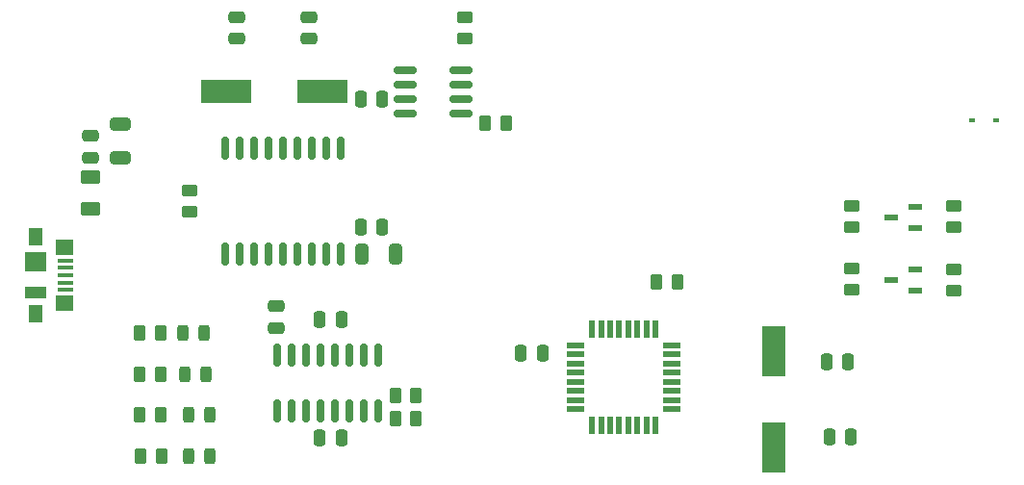
<source format=gtp>
%TF.GenerationSoftware,KiCad,Pcbnew,(6.0.7-1)-1*%
%TF.CreationDate,2022-11-21T17:18:22-08:00*%
%TF.ProjectId,telemetry-emulator-pcb,74656c65-6d65-4747-9279-2d656d756c61,rev?*%
%TF.SameCoordinates,Original*%
%TF.FileFunction,Paste,Top*%
%TF.FilePolarity,Positive*%
%FSLAX46Y46*%
G04 Gerber Fmt 4.6, Leading zero omitted, Abs format (unit mm)*
G04 Created by KiCad (PCBNEW (6.0.7-1)-1) date 2022-11-21 17:18:22*
%MOMM*%
%LPD*%
G01*
G04 APERTURE LIST*
G04 Aperture macros list*
%AMRoundRect*
0 Rectangle with rounded corners*
0 $1 Rounding radius*
0 $2 $3 $4 $5 $6 $7 $8 $9 X,Y pos of 4 corners*
0 Add a 4 corners polygon primitive as box body*
4,1,4,$2,$3,$4,$5,$6,$7,$8,$9,$2,$3,0*
0 Add four circle primitives for the rounded corners*
1,1,$1+$1,$2,$3*
1,1,$1+$1,$4,$5*
1,1,$1+$1,$6,$7*
1,1,$1+$1,$8,$9*
0 Add four rect primitives between the rounded corners*
20,1,$1+$1,$2,$3,$4,$5,0*
20,1,$1+$1,$4,$5,$6,$7,0*
20,1,$1+$1,$6,$7,$8,$9,0*
20,1,$1+$1,$8,$9,$2,$3,0*%
G04 Aperture macros list end*
%ADD10RoundRect,0.250000X-0.250000X-0.475000X0.250000X-0.475000X0.250000X0.475000X-0.250000X0.475000X0*%
%ADD11RoundRect,0.250000X-0.262500X-0.450000X0.262500X-0.450000X0.262500X0.450000X-0.262500X0.450000X0*%
%ADD12RoundRect,0.250000X0.650000X-0.325000X0.650000X0.325000X-0.650000X0.325000X-0.650000X-0.325000X0*%
%ADD13RoundRect,0.150000X0.150000X-0.825000X0.150000X0.825000X-0.150000X0.825000X-0.150000X-0.825000X0*%
%ADD14RoundRect,0.250000X0.625000X-0.375000X0.625000X0.375000X-0.625000X0.375000X-0.625000X-0.375000X0*%
%ADD15R,1.300000X0.600000*%
%ADD16RoundRect,0.250000X0.475000X-0.250000X0.475000X0.250000X-0.475000X0.250000X-0.475000X-0.250000X0*%
%ADD17RoundRect,0.250000X-0.450000X0.262500X-0.450000X-0.262500X0.450000X-0.262500X0.450000X0.262500X0*%
%ADD18RoundRect,0.243750X-0.243750X-0.456250X0.243750X-0.456250X0.243750X0.456250X-0.243750X0.456250X0*%
%ADD19R,4.500000X2.000000*%
%ADD20RoundRect,0.250000X0.250000X0.475000X-0.250000X0.475000X-0.250000X-0.475000X0.250000X-0.475000X0*%
%ADD21RoundRect,0.250000X0.262500X0.450000X-0.262500X0.450000X-0.262500X-0.450000X0.262500X-0.450000X0*%
%ADD22RoundRect,0.150000X-0.825000X-0.150000X0.825000X-0.150000X0.825000X0.150000X-0.825000X0.150000X0*%
%ADD23RoundRect,0.250000X-0.475000X0.250000X-0.475000X-0.250000X0.475000X-0.250000X0.475000X0.250000X0*%
%ADD24RoundRect,0.150000X-0.150000X0.875000X-0.150000X-0.875000X0.150000X-0.875000X0.150000X0.875000X0*%
%ADD25RoundRect,0.250000X0.450000X-0.262500X0.450000X0.262500X-0.450000X0.262500X-0.450000X-0.262500X0*%
%ADD26R,1.600000X0.550000*%
%ADD27R,0.550000X1.600000*%
%ADD28R,1.380000X0.450000*%
%ADD29R,1.300000X1.650000*%
%ADD30R,1.900000X1.000000*%
%ADD31R,1.900000X1.800000*%
%ADD32R,1.550000X1.425000*%
%ADD33RoundRect,0.243750X0.243750X0.456250X-0.243750X0.456250X-0.243750X-0.456250X0.243750X-0.456250X0*%
%ADD34R,0.600000X0.450000*%
%ADD35RoundRect,0.250000X-0.325000X-0.650000X0.325000X-0.650000X0.325000X0.650000X-0.325000X0.650000X0*%
%ADD36R,2.000000X4.500000*%
G04 APERTURE END LIST*
D10*
X156530000Y-92642000D03*
X158430000Y-92642000D03*
D11*
X96087500Y-97300000D03*
X97912500Y-97300000D03*
X96087500Y-90106000D03*
X97912500Y-90106000D03*
D12*
X94400000Y-74675000D03*
X94400000Y-71725000D03*
D13*
X108155000Y-96975000D03*
X109425000Y-96975000D03*
X110695000Y-96975000D03*
X111965000Y-96975000D03*
X113235000Y-96975000D03*
X114505000Y-96975000D03*
X115775000Y-96975000D03*
X117045000Y-96975000D03*
X117045000Y-92025000D03*
X115775000Y-92025000D03*
X114505000Y-92025000D03*
X113235000Y-92025000D03*
X111965000Y-92025000D03*
X110695000Y-92025000D03*
X109425000Y-92025000D03*
X108155000Y-92025000D03*
D10*
X156750000Y-99200000D03*
X158650000Y-99200000D03*
D14*
X91800000Y-79200000D03*
X91800000Y-76400000D03*
D15*
X164282500Y-80897000D03*
X164282500Y-78997000D03*
X162182500Y-79947000D03*
D16*
X104648000Y-64196000D03*
X104648000Y-62296000D03*
D17*
X167732500Y-84534500D03*
X167732500Y-86359500D03*
D18*
X100362500Y-100900000D03*
X102237500Y-100900000D03*
D19*
X103700000Y-68834000D03*
X112200000Y-68834000D03*
D10*
X111950000Y-88900000D03*
X113850000Y-88900000D03*
D20*
X131550000Y-91900000D03*
X129650000Y-91900000D03*
D21*
X120412500Y-97600000D03*
X118587500Y-97600000D03*
D20*
X113850000Y-99300000D03*
X111950000Y-99300000D03*
D22*
X119445000Y-66929000D03*
X119445000Y-68199000D03*
X119445000Y-69469000D03*
X119445000Y-70739000D03*
X124395000Y-70739000D03*
X124395000Y-69469000D03*
X124395000Y-68199000D03*
X124395000Y-66929000D03*
D23*
X91800000Y-72750000D03*
X91800000Y-74650000D03*
D16*
X110998000Y-64196000D03*
X110998000Y-62296000D03*
X108100000Y-89650000D03*
X108100000Y-87750000D03*
D24*
X113792000Y-73836000D03*
X112522000Y-73836000D03*
X111252000Y-73836000D03*
X109982000Y-73836000D03*
X108712000Y-73836000D03*
X107442000Y-73836000D03*
X106172000Y-73836000D03*
X104902000Y-73836000D03*
X103632000Y-73836000D03*
X103632000Y-83136000D03*
X104902000Y-83136000D03*
X106172000Y-83136000D03*
X107442000Y-83136000D03*
X108712000Y-83136000D03*
X109982000Y-83136000D03*
X111252000Y-83136000D03*
X112522000Y-83136000D03*
X113792000Y-83136000D03*
D20*
X117450000Y-69500000D03*
X115550000Y-69500000D03*
D10*
X115550000Y-80800000D03*
X117450000Y-80800000D03*
D11*
X96187500Y-100900000D03*
X98012500Y-100900000D03*
D17*
X124714000Y-62333500D03*
X124714000Y-64158500D03*
D11*
X126487500Y-71600000D03*
X128312500Y-71600000D03*
X118587500Y-95600000D03*
X120412500Y-95600000D03*
D25*
X100500000Y-79412500D03*
X100500000Y-77587500D03*
D17*
X158732500Y-78947000D03*
X158732500Y-80772000D03*
D15*
X164282500Y-86397000D03*
X164282500Y-84497000D03*
X162182500Y-85447000D03*
D26*
X142934000Y-96780000D03*
X142934000Y-95980000D03*
X142934000Y-95180000D03*
X142934000Y-94380000D03*
X142934000Y-93580000D03*
X142934000Y-92780000D03*
X142934000Y-91980000D03*
X142934000Y-91180000D03*
D27*
X141484000Y-89730000D03*
X140684000Y-89730000D03*
X139884000Y-89730000D03*
X139084000Y-89730000D03*
X138284000Y-89730000D03*
X137484000Y-89730000D03*
X136684000Y-89730000D03*
X135884000Y-89730000D03*
D26*
X134434000Y-91180000D03*
X134434000Y-91980000D03*
X134434000Y-92780000D03*
X134434000Y-93580000D03*
X134434000Y-94380000D03*
X134434000Y-95180000D03*
X134434000Y-95980000D03*
X134434000Y-96780000D03*
D27*
X135884000Y-98230000D03*
X136684000Y-98230000D03*
X137484000Y-98230000D03*
X138284000Y-98230000D03*
X139084000Y-98230000D03*
X139884000Y-98230000D03*
X140684000Y-98230000D03*
X141484000Y-98230000D03*
D21*
X143412500Y-85600000D03*
X141587500Y-85600000D03*
D28*
X89560000Y-83700000D03*
X89560000Y-84350000D03*
X89560000Y-85000000D03*
X89560000Y-85650000D03*
X89560000Y-86300000D03*
D29*
X86900000Y-81625000D03*
X86900000Y-88375000D03*
D30*
X86900000Y-86550000D03*
D31*
X86900000Y-83850000D03*
D32*
X89475000Y-82512500D03*
X89475000Y-87487500D03*
D33*
X101737500Y-90106000D03*
X99862500Y-90106000D03*
D17*
X167732500Y-78947000D03*
X167732500Y-80772000D03*
D34*
X169350000Y-71400000D03*
X171450000Y-71400000D03*
D33*
X101937500Y-93700000D03*
X100062500Y-93700000D03*
D18*
X100362500Y-97300000D03*
X102237500Y-97300000D03*
D35*
X115625000Y-83100000D03*
X118575000Y-83100000D03*
D11*
X96087500Y-93706000D03*
X97912500Y-93706000D03*
D36*
X151892000Y-91694000D03*
X151892000Y-100194000D03*
D17*
X158732500Y-84447000D03*
X158732500Y-86272000D03*
M02*

</source>
